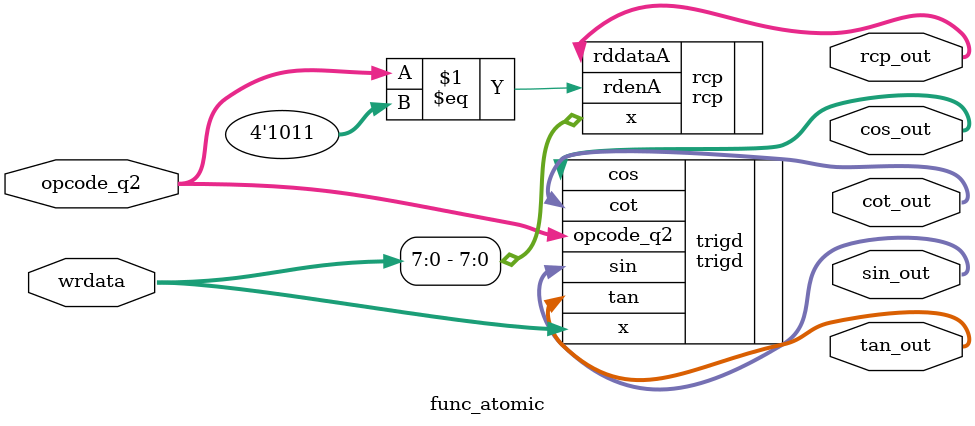
<source format=v>
 `timescale 1ns/100ps

module func_atomic (
    wrdata,     
    opcode_q2,
    sin_out,
    cos_out,
    tan_out,
    cot_out,
    rcp_out);
    
input [3:0] opcode_q2;
input [9:0] wrdata;
output [31:0] sin_out, cos_out, tan_out, cot_out, rcp_out;

parameter RCP_ = 4'b1011;

wire [9:0] wrdata;
wire [31:0] rcp_out;
wire [31:0] sin_out;
wire [31:0] cos_out;
wire [31:0] tan_out;
wire [31:0] cot_out;


trigd trigd(     //sin cos tan cot in degrees, 1 deg resolution, input range +/- 0 to 360 integer, output float32
    .opcode_q2 (opcode_q2),
    .x (wrdata[9:0]),
    .sin (sin_out),
    .cos (cos_out),
    .tan (tan_out),
    .cot (cot_out));


rcp rcp(
    .rdenA   (opcode_q2 == RCP_),
    .x       (wrdata[7:0]),
    .rddataA (rcp_out));

//assign inv_out = 32'h0000_0000;

endmodule                    
                        
                                          

       
    
    
</source>
